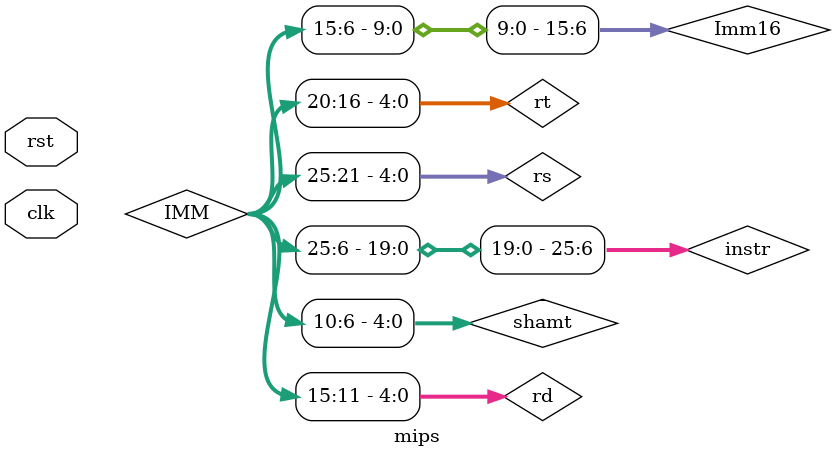
<source format=v>
module mips( clk, rst );
   input   clk;
   input   rst;
   
   wire 		     RFWr;
   wire 		     DMWr;
   wire 		     PCWr;
   wire 		     IRWr;
   wire [1:0]  EXTOp;
   wire [4:0]  ALUOp;
   wire [1:0]  NPCOp;
   wire [1:0]  GPRSel;
   wire [1:0]  WDSel;
   wire [1:0]  ASel; //New Design for LUI Instr to set ALU_Source_A: 16
   wire 		     BSel;
   wire 		     Zero;
   wire [29:0] PC, NPC;
   wire [31:0] im_dout, dm_dout, dm_dout_r;
   wire [31:0] DR_out;
   wire [31:0] instr;
   wire [4:0]  rs;
   wire [4:0]  rt;
   wire [4:0]  rd;
   wire [4:0]  shamt;
   wire [5:0]  Op;
   wire [5:0]  Funct;
   wire [15:0] Imm16; 
   wire [31:0] Imm32;
   wire [25:0] IMM;
   wire [4:0]  A3;
   wire [31:0] WD;
   wire [31:0] RD1, RD1_r, RD2, RD2_r;
   wire [31:0] A, B, C, C_r; //New Design A for LUI Instr to set Mux_A_Out
   
   assign Op = instr[31:26];
   assign Funct = instr[5:0];
   assign rs = instr[25:21];
   assign rt = instr[20:16];
   assign rd = instr[15:11];
   assign Imm16 = instr[15:0];
   assign IMM = instr[25:0];
   assign shamt = {32'b0, instr[10:6]}; //New Design to Extend shamt to Input to Mux_A
   //define Controller
   ctrl U_CTRL(
      .clk(clk),	.rst(rst), .Zero(Zero), .Op(Op), .Funct(Funct), .RFWr(RFWr), .DMWr(DMWr), .PCWr(PCWr), .IRWr(IRWr), .EXTOp(EXTOp), .ALUOp(ALUOp), .NPCOp(NPCOp), .GPRSel(GPRSel), .WDSel(WDSel), .ASel(ASel), .BSel(BSel)
   );
   
   //(IF) define PC
   PC U_PC (
      .clk(clk), .rst(rst), .PCWr(PCWr), .NPC(NPC), .PC(PC)
   ); 
   
   //(IF) define Instruction Register to Fetch Instructions in Memory
   im_4k U_IM ( 
      .addr(PC[9:0]) , .dout(im_dout)
   );
   
   //(IF) define Instruction Register
   IR U_IR ( 
      .clk(clk), .rst(rst), .IRWr(IRWr), .im_dout(im_dout), .instr(instr)
   );
   
   //(DC/RF) define Mux of A3 Port for Register File
   mux4 #(.WIDTH(5)) RF_MUX (
      .d0(rd), .d1(rt), .d2(5'd31), .s(GPRSel), .y(A3)
   );
   
   //(DCD/RF) define Register File
   RF U_RF (
      .A1(rs), .A2(rt), .A3(A3), .WD(WD), .clk(clk), 
      .RFWr(RFWr), .RD1(RD1), .RD2(RD2)
   );
   
   //(DCD/RF) define 16-to-32 Extender
   EXT U_EXT ( 
      .Imm16(Imm16), .EXTOp(EXTOp), .Imm32(Imm32) 
   );
   
   //(DCD/RF) define Reg-Locker for A
   flopr #(.WIDTH(32)) U_RD1_r (
      .clk(clk), .rst(rst), .d(RD1), .q(RD1_r)
   );
   
   //(DCD/RF) define Reg-Locker for B
   flopr #(.WIDTH(32)) U_RD2_r (
      .clk(clk), .rst(rst), .d(RD2), .q(RD2_r)
   );
   
   //(EXE) define Next PC Calculator
   //Instruction Jr will use the RD1_r transferred to NPC, (Attention) PC is 30-bit in NPC
   NPC U_NPC (
      .PC(PC), .NPCOp(NPCOp), .IMM(IMM), .NPC(NPC), .JMPR(RD1_r >> 2'b10)
   );
   
   //(EXE) define Mux of A Port for ALU_in (only for setting LUI's 16)
   mux4 #(.WIDTH(32)) A_MUX (
      .d0(RD1_r), .d1(5'b10000), .d2(shamt), .d3(1'b0), .s(ASel), .y(A)
   );
   
      
   //(EXE) define Mux of B Port for ALU_in
   mux2 #(.WIDTH(32)) B_MUX (
      .d0(RD2_r), .d1(Imm32), .s(BSel), .y(B)
   );
   
   //(EXE) define ALU
   alu U_ALU ( 
      .A(A), .B(B), .ALUOp(ALUOp), .C(C), .Compare(Zero)
   );
   
   //(EXE) define Reg-Locker for ALU_Out
   flopr #(.WIDTH(32)) U_C_r (
      .clk(clk), .rst(rst), .d(C), .q(C_r)
   );
   
   //(MEM) define Data-to-Memory Saver (Save Data to Mem)
   //'be' defines store word/byte/H?, for all test instructions are in Word, I set it 4'b1111
   dm_4k U_DM ( 
      .addr(C_r[11:2]), .din(RD2_r), .be(4'b1111), .DMWr(DMWr), .clk(clk), .dout(dm_dout)
   );
   
   //(MEM) define Reg-Locker for Data Register (using DR_out as Data Register output)
   flopr #(.WIDTH(32)) U_DM_r (
      .clk(clk), .rst(rst), .d(dm_dout), .q(DR_out)
   );
   
   //(WB) define Mux of Write Data Port for Register File
   //PC(30) need to be left-shift 2 bits to extend to 32
   mux4 #(.WIDTH(32)) WD_MUX (
      .d0(C_r), .d1(DR_out), .d2({PC, 2'b00}), .d3(0), .s(WDSel), .y(WD)
   );
endmodule
</source>
